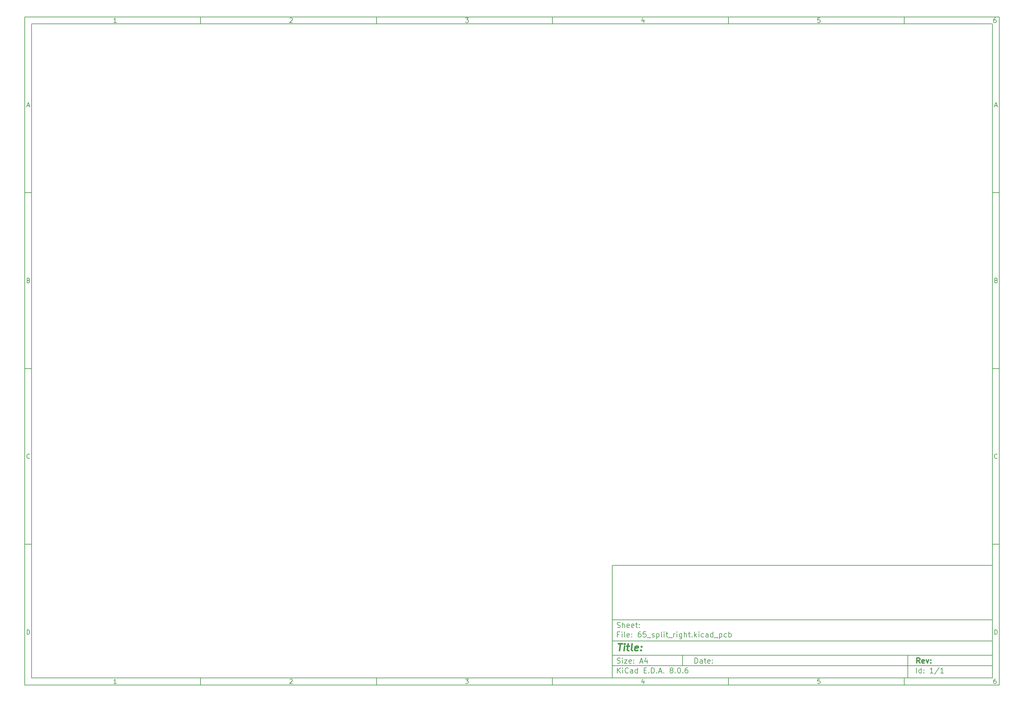
<source format=gbr>
%TF.GenerationSoftware,KiCad,Pcbnew,8.0.6*%
%TF.CreationDate,2025-05-11T12:41:03+09:00*%
%TF.ProjectId,65_split_right,36355f73-706c-4697-945f-72696768742e,rev?*%
%TF.SameCoordinates,PXf7b735cPY2136a30*%
%TF.FileFunction,Glue,Top*%
%TF.FilePolarity,Positive*%
%FSLAX46Y46*%
G04 Gerber Fmt 4.6, Leading zero omitted, Abs format (unit mm)*
G04 Created by KiCad (PCBNEW 8.0.6) date 2025-05-11 12:41:03*
%MOMM*%
%LPD*%
G01*
G04 APERTURE LIST*
%ADD10C,0.100000*%
%ADD11C,0.150000*%
%ADD12C,0.300000*%
%ADD13C,0.400000*%
G04 APERTURE END LIST*
D10*
D11*
X-82746500Y-131180400D02*
X25253500Y-131180400D01*
X25253500Y-163180400D01*
X-82746500Y-163180400D01*
X-82746500Y-131180400D01*
D10*
D11*
X-249748700Y24826800D02*
X27253500Y24826800D01*
X27253500Y-165180400D01*
X-249748700Y-165180400D01*
X-249748700Y24826800D01*
D10*
D11*
X-247748700Y22826800D02*
X25253500Y22826800D01*
X25253500Y-163180400D01*
X-247748700Y-163180400D01*
X-247748700Y22826800D01*
D10*
D11*
X-199748700Y22826800D02*
X-199748700Y24826800D01*
D10*
D11*
X-149748700Y22826800D02*
X-149748700Y24826800D01*
D10*
D11*
X-99748700Y22826800D02*
X-99748700Y24826800D01*
D10*
D11*
X-49748700Y22826800D02*
X-49748700Y24826800D01*
D10*
D11*
X251300Y22826800D02*
X251300Y24826800D01*
D10*
D11*
X-223659540Y23233196D02*
X-224402397Y23233196D01*
X-224030969Y23233196D02*
X-224030969Y24533196D01*
X-224030969Y24533196D02*
X-224154778Y24347481D01*
X-224154778Y24347481D02*
X-224278588Y24223672D01*
X-224278588Y24223672D02*
X-224402397Y24161767D01*
D10*
D11*
X-174402397Y24409386D02*
X-174340493Y24471291D01*
X-174340493Y24471291D02*
X-174216683Y24533196D01*
X-174216683Y24533196D02*
X-173907159Y24533196D01*
X-173907159Y24533196D02*
X-173783350Y24471291D01*
X-173783350Y24471291D02*
X-173721445Y24409386D01*
X-173721445Y24409386D02*
X-173659540Y24285577D01*
X-173659540Y24285577D02*
X-173659540Y24161767D01*
X-173659540Y24161767D02*
X-173721445Y23976053D01*
X-173721445Y23976053D02*
X-174464302Y23233196D01*
X-174464302Y23233196D02*
X-173659540Y23233196D01*
D10*
D11*
X-124464302Y24533196D02*
X-123659540Y24533196D01*
X-123659540Y24533196D02*
X-124092874Y24037958D01*
X-124092874Y24037958D02*
X-123907159Y24037958D01*
X-123907159Y24037958D02*
X-123783350Y23976053D01*
X-123783350Y23976053D02*
X-123721445Y23914148D01*
X-123721445Y23914148D02*
X-123659540Y23790339D01*
X-123659540Y23790339D02*
X-123659540Y23480815D01*
X-123659540Y23480815D02*
X-123721445Y23357005D01*
X-123721445Y23357005D02*
X-123783350Y23295100D01*
X-123783350Y23295100D02*
X-123907159Y23233196D01*
X-123907159Y23233196D02*
X-124278588Y23233196D01*
X-124278588Y23233196D02*
X-124402397Y23295100D01*
X-124402397Y23295100D02*
X-124464302Y23357005D01*
D10*
D11*
X-73783350Y24099862D02*
X-73783350Y23233196D01*
X-74092874Y24595100D02*
X-74402397Y23666529D01*
X-74402397Y23666529D02*
X-73597636Y23666529D01*
D10*
D11*
X-23721445Y24533196D02*
X-24340493Y24533196D01*
X-24340493Y24533196D02*
X-24402397Y23914148D01*
X-24402397Y23914148D02*
X-24340493Y23976053D01*
X-24340493Y23976053D02*
X-24216683Y24037958D01*
X-24216683Y24037958D02*
X-23907159Y24037958D01*
X-23907159Y24037958D02*
X-23783350Y23976053D01*
X-23783350Y23976053D02*
X-23721445Y23914148D01*
X-23721445Y23914148D02*
X-23659540Y23790339D01*
X-23659540Y23790339D02*
X-23659540Y23480815D01*
X-23659540Y23480815D02*
X-23721445Y23357005D01*
X-23721445Y23357005D02*
X-23783350Y23295100D01*
X-23783350Y23295100D02*
X-23907159Y23233196D01*
X-23907159Y23233196D02*
X-24216683Y23233196D01*
X-24216683Y23233196D02*
X-24340493Y23295100D01*
X-24340493Y23295100D02*
X-24402397Y23357005D01*
D10*
D11*
X26216650Y24533196D02*
X25969031Y24533196D01*
X25969031Y24533196D02*
X25845222Y24471291D01*
X25845222Y24471291D02*
X25783317Y24409386D01*
X25783317Y24409386D02*
X25659507Y24223672D01*
X25659507Y24223672D02*
X25597603Y23976053D01*
X25597603Y23976053D02*
X25597603Y23480815D01*
X25597603Y23480815D02*
X25659507Y23357005D01*
X25659507Y23357005D02*
X25721412Y23295100D01*
X25721412Y23295100D02*
X25845222Y23233196D01*
X25845222Y23233196D02*
X26092841Y23233196D01*
X26092841Y23233196D02*
X26216650Y23295100D01*
X26216650Y23295100D02*
X26278555Y23357005D01*
X26278555Y23357005D02*
X26340460Y23480815D01*
X26340460Y23480815D02*
X26340460Y23790339D01*
X26340460Y23790339D02*
X26278555Y23914148D01*
X26278555Y23914148D02*
X26216650Y23976053D01*
X26216650Y23976053D02*
X26092841Y24037958D01*
X26092841Y24037958D02*
X25845222Y24037958D01*
X25845222Y24037958D02*
X25721412Y23976053D01*
X25721412Y23976053D02*
X25659507Y23914148D01*
X25659507Y23914148D02*
X25597603Y23790339D01*
D10*
D11*
X-199748700Y-163180400D02*
X-199748700Y-165180400D01*
D10*
D11*
X-149748700Y-163180400D02*
X-149748700Y-165180400D01*
D10*
D11*
X-99748700Y-163180400D02*
X-99748700Y-165180400D01*
D10*
D11*
X-49748700Y-163180400D02*
X-49748700Y-165180400D01*
D10*
D11*
X251300Y-163180400D02*
X251300Y-165180400D01*
D10*
D11*
X-223659540Y-164774004D02*
X-224402397Y-164774004D01*
X-224030969Y-164774004D02*
X-224030969Y-163474004D01*
X-224030969Y-163474004D02*
X-224154778Y-163659719D01*
X-224154778Y-163659719D02*
X-224278588Y-163783528D01*
X-224278588Y-163783528D02*
X-224402397Y-163845433D01*
D10*
D11*
X-174402397Y-163597814D02*
X-174340493Y-163535909D01*
X-174340493Y-163535909D02*
X-174216683Y-163474004D01*
X-174216683Y-163474004D02*
X-173907159Y-163474004D01*
X-173907159Y-163474004D02*
X-173783350Y-163535909D01*
X-173783350Y-163535909D02*
X-173721445Y-163597814D01*
X-173721445Y-163597814D02*
X-173659540Y-163721623D01*
X-173659540Y-163721623D02*
X-173659540Y-163845433D01*
X-173659540Y-163845433D02*
X-173721445Y-164031147D01*
X-173721445Y-164031147D02*
X-174464302Y-164774004D01*
X-174464302Y-164774004D02*
X-173659540Y-164774004D01*
D10*
D11*
X-124464302Y-163474004D02*
X-123659540Y-163474004D01*
X-123659540Y-163474004D02*
X-124092874Y-163969242D01*
X-124092874Y-163969242D02*
X-123907159Y-163969242D01*
X-123907159Y-163969242D02*
X-123783350Y-164031147D01*
X-123783350Y-164031147D02*
X-123721445Y-164093052D01*
X-123721445Y-164093052D02*
X-123659540Y-164216861D01*
X-123659540Y-164216861D02*
X-123659540Y-164526385D01*
X-123659540Y-164526385D02*
X-123721445Y-164650195D01*
X-123721445Y-164650195D02*
X-123783350Y-164712100D01*
X-123783350Y-164712100D02*
X-123907159Y-164774004D01*
X-123907159Y-164774004D02*
X-124278588Y-164774004D01*
X-124278588Y-164774004D02*
X-124402397Y-164712100D01*
X-124402397Y-164712100D02*
X-124464302Y-164650195D01*
D10*
D11*
X-73783350Y-163907338D02*
X-73783350Y-164774004D01*
X-74092874Y-163412100D02*
X-74402397Y-164340671D01*
X-74402397Y-164340671D02*
X-73597636Y-164340671D01*
D10*
D11*
X-23721445Y-163474004D02*
X-24340493Y-163474004D01*
X-24340493Y-163474004D02*
X-24402397Y-164093052D01*
X-24402397Y-164093052D02*
X-24340493Y-164031147D01*
X-24340493Y-164031147D02*
X-24216683Y-163969242D01*
X-24216683Y-163969242D02*
X-23907159Y-163969242D01*
X-23907159Y-163969242D02*
X-23783350Y-164031147D01*
X-23783350Y-164031147D02*
X-23721445Y-164093052D01*
X-23721445Y-164093052D02*
X-23659540Y-164216861D01*
X-23659540Y-164216861D02*
X-23659540Y-164526385D01*
X-23659540Y-164526385D02*
X-23721445Y-164650195D01*
X-23721445Y-164650195D02*
X-23783350Y-164712100D01*
X-23783350Y-164712100D02*
X-23907159Y-164774004D01*
X-23907159Y-164774004D02*
X-24216683Y-164774004D01*
X-24216683Y-164774004D02*
X-24340493Y-164712100D01*
X-24340493Y-164712100D02*
X-24402397Y-164650195D01*
D10*
D11*
X26216650Y-163474004D02*
X25969031Y-163474004D01*
X25969031Y-163474004D02*
X25845222Y-163535909D01*
X25845222Y-163535909D02*
X25783317Y-163597814D01*
X25783317Y-163597814D02*
X25659507Y-163783528D01*
X25659507Y-163783528D02*
X25597603Y-164031147D01*
X25597603Y-164031147D02*
X25597603Y-164526385D01*
X25597603Y-164526385D02*
X25659507Y-164650195D01*
X25659507Y-164650195D02*
X25721412Y-164712100D01*
X25721412Y-164712100D02*
X25845222Y-164774004D01*
X25845222Y-164774004D02*
X26092841Y-164774004D01*
X26092841Y-164774004D02*
X26216650Y-164712100D01*
X26216650Y-164712100D02*
X26278555Y-164650195D01*
X26278555Y-164650195D02*
X26340460Y-164526385D01*
X26340460Y-164526385D02*
X26340460Y-164216861D01*
X26340460Y-164216861D02*
X26278555Y-164093052D01*
X26278555Y-164093052D02*
X26216650Y-164031147D01*
X26216650Y-164031147D02*
X26092841Y-163969242D01*
X26092841Y-163969242D02*
X25845222Y-163969242D01*
X25845222Y-163969242D02*
X25721412Y-164031147D01*
X25721412Y-164031147D02*
X25659507Y-164093052D01*
X25659507Y-164093052D02*
X25597603Y-164216861D01*
D10*
D11*
X-249748700Y-25173200D02*
X-247748700Y-25173200D01*
D10*
D11*
X-249748700Y-75173200D02*
X-247748700Y-75173200D01*
D10*
D11*
X-249748700Y-125173200D02*
X-247748700Y-125173200D01*
D10*
D11*
X-249058224Y-395376D02*
X-248439177Y-395376D01*
X-249182034Y-766804D02*
X-248748701Y533196D01*
X-248748701Y533196D02*
X-248315367Y-766804D01*
D10*
D11*
X-248655843Y-50085852D02*
X-248470129Y-50147757D01*
X-248470129Y-50147757D02*
X-248408224Y-50209661D01*
X-248408224Y-50209661D02*
X-248346320Y-50333471D01*
X-248346320Y-50333471D02*
X-248346320Y-50519185D01*
X-248346320Y-50519185D02*
X-248408224Y-50642995D01*
X-248408224Y-50642995D02*
X-248470129Y-50704900D01*
X-248470129Y-50704900D02*
X-248593939Y-50766804D01*
X-248593939Y-50766804D02*
X-249089177Y-50766804D01*
X-249089177Y-50766804D02*
X-249089177Y-49466804D01*
X-249089177Y-49466804D02*
X-248655843Y-49466804D01*
X-248655843Y-49466804D02*
X-248532034Y-49528709D01*
X-248532034Y-49528709D02*
X-248470129Y-49590614D01*
X-248470129Y-49590614D02*
X-248408224Y-49714423D01*
X-248408224Y-49714423D02*
X-248408224Y-49838233D01*
X-248408224Y-49838233D02*
X-248470129Y-49962042D01*
X-248470129Y-49962042D02*
X-248532034Y-50023947D01*
X-248532034Y-50023947D02*
X-248655843Y-50085852D01*
X-248655843Y-50085852D02*
X-249089177Y-50085852D01*
D10*
D11*
X-248346320Y-100642995D02*
X-248408224Y-100704900D01*
X-248408224Y-100704900D02*
X-248593939Y-100766804D01*
X-248593939Y-100766804D02*
X-248717748Y-100766804D01*
X-248717748Y-100766804D02*
X-248903462Y-100704900D01*
X-248903462Y-100704900D02*
X-249027272Y-100581090D01*
X-249027272Y-100581090D02*
X-249089177Y-100457280D01*
X-249089177Y-100457280D02*
X-249151081Y-100209661D01*
X-249151081Y-100209661D02*
X-249151081Y-100023947D01*
X-249151081Y-100023947D02*
X-249089177Y-99776328D01*
X-249089177Y-99776328D02*
X-249027272Y-99652519D01*
X-249027272Y-99652519D02*
X-248903462Y-99528709D01*
X-248903462Y-99528709D02*
X-248717748Y-99466804D01*
X-248717748Y-99466804D02*
X-248593939Y-99466804D01*
X-248593939Y-99466804D02*
X-248408224Y-99528709D01*
X-248408224Y-99528709D02*
X-248346320Y-99590614D01*
D10*
D11*
X-249089177Y-150766804D02*
X-249089177Y-149466804D01*
X-249089177Y-149466804D02*
X-248779653Y-149466804D01*
X-248779653Y-149466804D02*
X-248593939Y-149528709D01*
X-248593939Y-149528709D02*
X-248470129Y-149652519D01*
X-248470129Y-149652519D02*
X-248408224Y-149776328D01*
X-248408224Y-149776328D02*
X-248346320Y-150023947D01*
X-248346320Y-150023947D02*
X-248346320Y-150209661D01*
X-248346320Y-150209661D02*
X-248408224Y-150457280D01*
X-248408224Y-150457280D02*
X-248470129Y-150581090D01*
X-248470129Y-150581090D02*
X-248593939Y-150704900D01*
X-248593939Y-150704900D02*
X-248779653Y-150766804D01*
X-248779653Y-150766804D02*
X-249089177Y-150766804D01*
D10*
D11*
X27253500Y-25173200D02*
X25253500Y-25173200D01*
D10*
D11*
X27253500Y-75173200D02*
X25253500Y-75173200D01*
D10*
D11*
X27253500Y-125173200D02*
X25253500Y-125173200D01*
D10*
D11*
X25943976Y-395376D02*
X26563023Y-395376D01*
X25820166Y-766804D02*
X26253499Y533196D01*
X26253499Y533196D02*
X26686833Y-766804D01*
D10*
D11*
X26346357Y-50085852D02*
X26532071Y-50147757D01*
X26532071Y-50147757D02*
X26593976Y-50209661D01*
X26593976Y-50209661D02*
X26655880Y-50333471D01*
X26655880Y-50333471D02*
X26655880Y-50519185D01*
X26655880Y-50519185D02*
X26593976Y-50642995D01*
X26593976Y-50642995D02*
X26532071Y-50704900D01*
X26532071Y-50704900D02*
X26408261Y-50766804D01*
X26408261Y-50766804D02*
X25913023Y-50766804D01*
X25913023Y-50766804D02*
X25913023Y-49466804D01*
X25913023Y-49466804D02*
X26346357Y-49466804D01*
X26346357Y-49466804D02*
X26470166Y-49528709D01*
X26470166Y-49528709D02*
X26532071Y-49590614D01*
X26532071Y-49590614D02*
X26593976Y-49714423D01*
X26593976Y-49714423D02*
X26593976Y-49838233D01*
X26593976Y-49838233D02*
X26532071Y-49962042D01*
X26532071Y-49962042D02*
X26470166Y-50023947D01*
X26470166Y-50023947D02*
X26346357Y-50085852D01*
X26346357Y-50085852D02*
X25913023Y-50085852D01*
D10*
D11*
X26655880Y-100642995D02*
X26593976Y-100704900D01*
X26593976Y-100704900D02*
X26408261Y-100766804D01*
X26408261Y-100766804D02*
X26284452Y-100766804D01*
X26284452Y-100766804D02*
X26098738Y-100704900D01*
X26098738Y-100704900D02*
X25974928Y-100581090D01*
X25974928Y-100581090D02*
X25913023Y-100457280D01*
X25913023Y-100457280D02*
X25851119Y-100209661D01*
X25851119Y-100209661D02*
X25851119Y-100023947D01*
X25851119Y-100023947D02*
X25913023Y-99776328D01*
X25913023Y-99776328D02*
X25974928Y-99652519D01*
X25974928Y-99652519D02*
X26098738Y-99528709D01*
X26098738Y-99528709D02*
X26284452Y-99466804D01*
X26284452Y-99466804D02*
X26408261Y-99466804D01*
X26408261Y-99466804D02*
X26593976Y-99528709D01*
X26593976Y-99528709D02*
X26655880Y-99590614D01*
D10*
D11*
X25913023Y-150766804D02*
X25913023Y-149466804D01*
X25913023Y-149466804D02*
X26222547Y-149466804D01*
X26222547Y-149466804D02*
X26408261Y-149528709D01*
X26408261Y-149528709D02*
X26532071Y-149652519D01*
X26532071Y-149652519D02*
X26593976Y-149776328D01*
X26593976Y-149776328D02*
X26655880Y-150023947D01*
X26655880Y-150023947D02*
X26655880Y-150209661D01*
X26655880Y-150209661D02*
X26593976Y-150457280D01*
X26593976Y-150457280D02*
X26532071Y-150581090D01*
X26532071Y-150581090D02*
X26408261Y-150704900D01*
X26408261Y-150704900D02*
X26222547Y-150766804D01*
X26222547Y-150766804D02*
X25913023Y-150766804D01*
D10*
D11*
X-59290674Y-158966528D02*
X-59290674Y-157466528D01*
X-59290674Y-157466528D02*
X-58933531Y-157466528D01*
X-58933531Y-157466528D02*
X-58719245Y-157537957D01*
X-58719245Y-157537957D02*
X-58576388Y-157680814D01*
X-58576388Y-157680814D02*
X-58504959Y-157823671D01*
X-58504959Y-157823671D02*
X-58433531Y-158109385D01*
X-58433531Y-158109385D02*
X-58433531Y-158323671D01*
X-58433531Y-158323671D02*
X-58504959Y-158609385D01*
X-58504959Y-158609385D02*
X-58576388Y-158752242D01*
X-58576388Y-158752242D02*
X-58719245Y-158895100D01*
X-58719245Y-158895100D02*
X-58933531Y-158966528D01*
X-58933531Y-158966528D02*
X-59290674Y-158966528D01*
X-57147816Y-158966528D02*
X-57147816Y-158180814D01*
X-57147816Y-158180814D02*
X-57219245Y-158037957D01*
X-57219245Y-158037957D02*
X-57362102Y-157966528D01*
X-57362102Y-157966528D02*
X-57647816Y-157966528D01*
X-57647816Y-157966528D02*
X-57790674Y-158037957D01*
X-57147816Y-158895100D02*
X-57290674Y-158966528D01*
X-57290674Y-158966528D02*
X-57647816Y-158966528D01*
X-57647816Y-158966528D02*
X-57790674Y-158895100D01*
X-57790674Y-158895100D02*
X-57862102Y-158752242D01*
X-57862102Y-158752242D02*
X-57862102Y-158609385D01*
X-57862102Y-158609385D02*
X-57790674Y-158466528D01*
X-57790674Y-158466528D02*
X-57647816Y-158395100D01*
X-57647816Y-158395100D02*
X-57290674Y-158395100D01*
X-57290674Y-158395100D02*
X-57147816Y-158323671D01*
X-56647816Y-157966528D02*
X-56076388Y-157966528D01*
X-56433531Y-157466528D02*
X-56433531Y-158752242D01*
X-56433531Y-158752242D02*
X-56362102Y-158895100D01*
X-56362102Y-158895100D02*
X-56219245Y-158966528D01*
X-56219245Y-158966528D02*
X-56076388Y-158966528D01*
X-55004959Y-158895100D02*
X-55147816Y-158966528D01*
X-55147816Y-158966528D02*
X-55433530Y-158966528D01*
X-55433530Y-158966528D02*
X-55576388Y-158895100D01*
X-55576388Y-158895100D02*
X-55647816Y-158752242D01*
X-55647816Y-158752242D02*
X-55647816Y-158180814D01*
X-55647816Y-158180814D02*
X-55576388Y-158037957D01*
X-55576388Y-158037957D02*
X-55433530Y-157966528D01*
X-55433530Y-157966528D02*
X-55147816Y-157966528D01*
X-55147816Y-157966528D02*
X-55004959Y-158037957D01*
X-55004959Y-158037957D02*
X-54933530Y-158180814D01*
X-54933530Y-158180814D02*
X-54933530Y-158323671D01*
X-54933530Y-158323671D02*
X-55647816Y-158466528D01*
X-54290674Y-158823671D02*
X-54219245Y-158895100D01*
X-54219245Y-158895100D02*
X-54290674Y-158966528D01*
X-54290674Y-158966528D02*
X-54362102Y-158895100D01*
X-54362102Y-158895100D02*
X-54290674Y-158823671D01*
X-54290674Y-158823671D02*
X-54290674Y-158966528D01*
X-54290674Y-158037957D02*
X-54219245Y-158109385D01*
X-54219245Y-158109385D02*
X-54290674Y-158180814D01*
X-54290674Y-158180814D02*
X-54362102Y-158109385D01*
X-54362102Y-158109385D02*
X-54290674Y-158037957D01*
X-54290674Y-158037957D02*
X-54290674Y-158180814D01*
D10*
D11*
X-82746500Y-159680400D02*
X25253500Y-159680400D01*
D10*
D11*
X-81290674Y-161766528D02*
X-81290674Y-160266528D01*
X-80433531Y-161766528D02*
X-81076388Y-160909385D01*
X-80433531Y-160266528D02*
X-81290674Y-161123671D01*
X-79790674Y-161766528D02*
X-79790674Y-160766528D01*
X-79790674Y-160266528D02*
X-79862102Y-160337957D01*
X-79862102Y-160337957D02*
X-79790674Y-160409385D01*
X-79790674Y-160409385D02*
X-79719245Y-160337957D01*
X-79719245Y-160337957D02*
X-79790674Y-160266528D01*
X-79790674Y-160266528D02*
X-79790674Y-160409385D01*
X-78219245Y-161623671D02*
X-78290673Y-161695100D01*
X-78290673Y-161695100D02*
X-78504959Y-161766528D01*
X-78504959Y-161766528D02*
X-78647816Y-161766528D01*
X-78647816Y-161766528D02*
X-78862102Y-161695100D01*
X-78862102Y-161695100D02*
X-79004959Y-161552242D01*
X-79004959Y-161552242D02*
X-79076388Y-161409385D01*
X-79076388Y-161409385D02*
X-79147816Y-161123671D01*
X-79147816Y-161123671D02*
X-79147816Y-160909385D01*
X-79147816Y-160909385D02*
X-79076388Y-160623671D01*
X-79076388Y-160623671D02*
X-79004959Y-160480814D01*
X-79004959Y-160480814D02*
X-78862102Y-160337957D01*
X-78862102Y-160337957D02*
X-78647816Y-160266528D01*
X-78647816Y-160266528D02*
X-78504959Y-160266528D01*
X-78504959Y-160266528D02*
X-78290673Y-160337957D01*
X-78290673Y-160337957D02*
X-78219245Y-160409385D01*
X-76933530Y-161766528D02*
X-76933530Y-160980814D01*
X-76933530Y-160980814D02*
X-77004959Y-160837957D01*
X-77004959Y-160837957D02*
X-77147816Y-160766528D01*
X-77147816Y-160766528D02*
X-77433530Y-160766528D01*
X-77433530Y-160766528D02*
X-77576388Y-160837957D01*
X-76933530Y-161695100D02*
X-77076388Y-161766528D01*
X-77076388Y-161766528D02*
X-77433530Y-161766528D01*
X-77433530Y-161766528D02*
X-77576388Y-161695100D01*
X-77576388Y-161695100D02*
X-77647816Y-161552242D01*
X-77647816Y-161552242D02*
X-77647816Y-161409385D01*
X-77647816Y-161409385D02*
X-77576388Y-161266528D01*
X-77576388Y-161266528D02*
X-77433530Y-161195100D01*
X-77433530Y-161195100D02*
X-77076388Y-161195100D01*
X-77076388Y-161195100D02*
X-76933530Y-161123671D01*
X-75576387Y-161766528D02*
X-75576387Y-160266528D01*
X-75576387Y-161695100D02*
X-75719245Y-161766528D01*
X-75719245Y-161766528D02*
X-76004959Y-161766528D01*
X-76004959Y-161766528D02*
X-76147816Y-161695100D01*
X-76147816Y-161695100D02*
X-76219245Y-161623671D01*
X-76219245Y-161623671D02*
X-76290673Y-161480814D01*
X-76290673Y-161480814D02*
X-76290673Y-161052242D01*
X-76290673Y-161052242D02*
X-76219245Y-160909385D01*
X-76219245Y-160909385D02*
X-76147816Y-160837957D01*
X-76147816Y-160837957D02*
X-76004959Y-160766528D01*
X-76004959Y-160766528D02*
X-75719245Y-160766528D01*
X-75719245Y-160766528D02*
X-75576387Y-160837957D01*
X-73719245Y-160980814D02*
X-73219245Y-160980814D01*
X-73004959Y-161766528D02*
X-73719245Y-161766528D01*
X-73719245Y-161766528D02*
X-73719245Y-160266528D01*
X-73719245Y-160266528D02*
X-73004959Y-160266528D01*
X-72362102Y-161623671D02*
X-72290673Y-161695100D01*
X-72290673Y-161695100D02*
X-72362102Y-161766528D01*
X-72362102Y-161766528D02*
X-72433530Y-161695100D01*
X-72433530Y-161695100D02*
X-72362102Y-161623671D01*
X-72362102Y-161623671D02*
X-72362102Y-161766528D01*
X-71647816Y-161766528D02*
X-71647816Y-160266528D01*
X-71647816Y-160266528D02*
X-71290673Y-160266528D01*
X-71290673Y-160266528D02*
X-71076387Y-160337957D01*
X-71076387Y-160337957D02*
X-70933530Y-160480814D01*
X-70933530Y-160480814D02*
X-70862101Y-160623671D01*
X-70862101Y-160623671D02*
X-70790673Y-160909385D01*
X-70790673Y-160909385D02*
X-70790673Y-161123671D01*
X-70790673Y-161123671D02*
X-70862101Y-161409385D01*
X-70862101Y-161409385D02*
X-70933530Y-161552242D01*
X-70933530Y-161552242D02*
X-71076387Y-161695100D01*
X-71076387Y-161695100D02*
X-71290673Y-161766528D01*
X-71290673Y-161766528D02*
X-71647816Y-161766528D01*
X-70147816Y-161623671D02*
X-70076387Y-161695100D01*
X-70076387Y-161695100D02*
X-70147816Y-161766528D01*
X-70147816Y-161766528D02*
X-70219244Y-161695100D01*
X-70219244Y-161695100D02*
X-70147816Y-161623671D01*
X-70147816Y-161623671D02*
X-70147816Y-161766528D01*
X-69504958Y-161337957D02*
X-68790672Y-161337957D01*
X-69647815Y-161766528D02*
X-69147815Y-160266528D01*
X-69147815Y-160266528D02*
X-68647815Y-161766528D01*
X-68147816Y-161623671D02*
X-68076387Y-161695100D01*
X-68076387Y-161695100D02*
X-68147816Y-161766528D01*
X-68147816Y-161766528D02*
X-68219244Y-161695100D01*
X-68219244Y-161695100D02*
X-68147816Y-161623671D01*
X-68147816Y-161623671D02*
X-68147816Y-161766528D01*
X-66076387Y-160909385D02*
X-66219244Y-160837957D01*
X-66219244Y-160837957D02*
X-66290673Y-160766528D01*
X-66290673Y-160766528D02*
X-66362101Y-160623671D01*
X-66362101Y-160623671D02*
X-66362101Y-160552242D01*
X-66362101Y-160552242D02*
X-66290673Y-160409385D01*
X-66290673Y-160409385D02*
X-66219244Y-160337957D01*
X-66219244Y-160337957D02*
X-66076387Y-160266528D01*
X-66076387Y-160266528D02*
X-65790673Y-160266528D01*
X-65790673Y-160266528D02*
X-65647815Y-160337957D01*
X-65647815Y-160337957D02*
X-65576387Y-160409385D01*
X-65576387Y-160409385D02*
X-65504958Y-160552242D01*
X-65504958Y-160552242D02*
X-65504958Y-160623671D01*
X-65504958Y-160623671D02*
X-65576387Y-160766528D01*
X-65576387Y-160766528D02*
X-65647815Y-160837957D01*
X-65647815Y-160837957D02*
X-65790673Y-160909385D01*
X-65790673Y-160909385D02*
X-66076387Y-160909385D01*
X-66076387Y-160909385D02*
X-66219244Y-160980814D01*
X-66219244Y-160980814D02*
X-66290673Y-161052242D01*
X-66290673Y-161052242D02*
X-66362101Y-161195100D01*
X-66362101Y-161195100D02*
X-66362101Y-161480814D01*
X-66362101Y-161480814D02*
X-66290673Y-161623671D01*
X-66290673Y-161623671D02*
X-66219244Y-161695100D01*
X-66219244Y-161695100D02*
X-66076387Y-161766528D01*
X-66076387Y-161766528D02*
X-65790673Y-161766528D01*
X-65790673Y-161766528D02*
X-65647815Y-161695100D01*
X-65647815Y-161695100D02*
X-65576387Y-161623671D01*
X-65576387Y-161623671D02*
X-65504958Y-161480814D01*
X-65504958Y-161480814D02*
X-65504958Y-161195100D01*
X-65504958Y-161195100D02*
X-65576387Y-161052242D01*
X-65576387Y-161052242D02*
X-65647815Y-160980814D01*
X-65647815Y-160980814D02*
X-65790673Y-160909385D01*
X-64862102Y-161623671D02*
X-64790673Y-161695100D01*
X-64790673Y-161695100D02*
X-64862102Y-161766528D01*
X-64862102Y-161766528D02*
X-64933530Y-161695100D01*
X-64933530Y-161695100D02*
X-64862102Y-161623671D01*
X-64862102Y-161623671D02*
X-64862102Y-161766528D01*
X-63862101Y-160266528D02*
X-63719244Y-160266528D01*
X-63719244Y-160266528D02*
X-63576387Y-160337957D01*
X-63576387Y-160337957D02*
X-63504958Y-160409385D01*
X-63504958Y-160409385D02*
X-63433530Y-160552242D01*
X-63433530Y-160552242D02*
X-63362101Y-160837957D01*
X-63362101Y-160837957D02*
X-63362101Y-161195100D01*
X-63362101Y-161195100D02*
X-63433530Y-161480814D01*
X-63433530Y-161480814D02*
X-63504958Y-161623671D01*
X-63504958Y-161623671D02*
X-63576387Y-161695100D01*
X-63576387Y-161695100D02*
X-63719244Y-161766528D01*
X-63719244Y-161766528D02*
X-63862101Y-161766528D01*
X-63862101Y-161766528D02*
X-64004958Y-161695100D01*
X-64004958Y-161695100D02*
X-64076387Y-161623671D01*
X-64076387Y-161623671D02*
X-64147816Y-161480814D01*
X-64147816Y-161480814D02*
X-64219244Y-161195100D01*
X-64219244Y-161195100D02*
X-64219244Y-160837957D01*
X-64219244Y-160837957D02*
X-64147816Y-160552242D01*
X-64147816Y-160552242D02*
X-64076387Y-160409385D01*
X-64076387Y-160409385D02*
X-64004958Y-160337957D01*
X-64004958Y-160337957D02*
X-63862101Y-160266528D01*
X-62719245Y-161623671D02*
X-62647816Y-161695100D01*
X-62647816Y-161695100D02*
X-62719245Y-161766528D01*
X-62719245Y-161766528D02*
X-62790673Y-161695100D01*
X-62790673Y-161695100D02*
X-62719245Y-161623671D01*
X-62719245Y-161623671D02*
X-62719245Y-161766528D01*
X-61362101Y-160266528D02*
X-61647816Y-160266528D01*
X-61647816Y-160266528D02*
X-61790673Y-160337957D01*
X-61790673Y-160337957D02*
X-61862101Y-160409385D01*
X-61862101Y-160409385D02*
X-62004959Y-160623671D01*
X-62004959Y-160623671D02*
X-62076387Y-160909385D01*
X-62076387Y-160909385D02*
X-62076387Y-161480814D01*
X-62076387Y-161480814D02*
X-62004959Y-161623671D01*
X-62004959Y-161623671D02*
X-61933530Y-161695100D01*
X-61933530Y-161695100D02*
X-61790673Y-161766528D01*
X-61790673Y-161766528D02*
X-61504959Y-161766528D01*
X-61504959Y-161766528D02*
X-61362101Y-161695100D01*
X-61362101Y-161695100D02*
X-61290673Y-161623671D01*
X-61290673Y-161623671D02*
X-61219244Y-161480814D01*
X-61219244Y-161480814D02*
X-61219244Y-161123671D01*
X-61219244Y-161123671D02*
X-61290673Y-160980814D01*
X-61290673Y-160980814D02*
X-61362101Y-160909385D01*
X-61362101Y-160909385D02*
X-61504959Y-160837957D01*
X-61504959Y-160837957D02*
X-61790673Y-160837957D01*
X-61790673Y-160837957D02*
X-61933530Y-160909385D01*
X-61933530Y-160909385D02*
X-62004959Y-160980814D01*
X-62004959Y-160980814D02*
X-62076387Y-161123671D01*
D10*
D11*
X-82746500Y-156680400D02*
X25253500Y-156680400D01*
D10*
D12*
X4665153Y-158958728D02*
X4165153Y-158244442D01*
X3808010Y-158958728D02*
X3808010Y-157458728D01*
X3808010Y-157458728D02*
X4379439Y-157458728D01*
X4379439Y-157458728D02*
X4522296Y-157530157D01*
X4522296Y-157530157D02*
X4593725Y-157601585D01*
X4593725Y-157601585D02*
X4665153Y-157744442D01*
X4665153Y-157744442D02*
X4665153Y-157958728D01*
X4665153Y-157958728D02*
X4593725Y-158101585D01*
X4593725Y-158101585D02*
X4522296Y-158173014D01*
X4522296Y-158173014D02*
X4379439Y-158244442D01*
X4379439Y-158244442D02*
X3808010Y-158244442D01*
X5879439Y-158887300D02*
X5736582Y-158958728D01*
X5736582Y-158958728D02*
X5450868Y-158958728D01*
X5450868Y-158958728D02*
X5308010Y-158887300D01*
X5308010Y-158887300D02*
X5236582Y-158744442D01*
X5236582Y-158744442D02*
X5236582Y-158173014D01*
X5236582Y-158173014D02*
X5308010Y-158030157D01*
X5308010Y-158030157D02*
X5450868Y-157958728D01*
X5450868Y-157958728D02*
X5736582Y-157958728D01*
X5736582Y-157958728D02*
X5879439Y-158030157D01*
X5879439Y-158030157D02*
X5950868Y-158173014D01*
X5950868Y-158173014D02*
X5950868Y-158315871D01*
X5950868Y-158315871D02*
X5236582Y-158458728D01*
X6450867Y-157958728D02*
X6808010Y-158958728D01*
X6808010Y-158958728D02*
X7165153Y-157958728D01*
X7736581Y-158815871D02*
X7808010Y-158887300D01*
X7808010Y-158887300D02*
X7736581Y-158958728D01*
X7736581Y-158958728D02*
X7665153Y-158887300D01*
X7665153Y-158887300D02*
X7736581Y-158815871D01*
X7736581Y-158815871D02*
X7736581Y-158958728D01*
X7736581Y-158030157D02*
X7808010Y-158101585D01*
X7808010Y-158101585D02*
X7736581Y-158173014D01*
X7736581Y-158173014D02*
X7665153Y-158101585D01*
X7665153Y-158101585D02*
X7736581Y-158030157D01*
X7736581Y-158030157D02*
X7736581Y-158173014D01*
D10*
D11*
X-81362102Y-158895100D02*
X-81147816Y-158966528D01*
X-81147816Y-158966528D02*
X-80790674Y-158966528D01*
X-80790674Y-158966528D02*
X-80647816Y-158895100D01*
X-80647816Y-158895100D02*
X-80576388Y-158823671D01*
X-80576388Y-158823671D02*
X-80504959Y-158680814D01*
X-80504959Y-158680814D02*
X-80504959Y-158537957D01*
X-80504959Y-158537957D02*
X-80576388Y-158395100D01*
X-80576388Y-158395100D02*
X-80647816Y-158323671D01*
X-80647816Y-158323671D02*
X-80790674Y-158252242D01*
X-80790674Y-158252242D02*
X-81076388Y-158180814D01*
X-81076388Y-158180814D02*
X-81219245Y-158109385D01*
X-81219245Y-158109385D02*
X-81290674Y-158037957D01*
X-81290674Y-158037957D02*
X-81362102Y-157895100D01*
X-81362102Y-157895100D02*
X-81362102Y-157752242D01*
X-81362102Y-157752242D02*
X-81290674Y-157609385D01*
X-81290674Y-157609385D02*
X-81219245Y-157537957D01*
X-81219245Y-157537957D02*
X-81076388Y-157466528D01*
X-81076388Y-157466528D02*
X-80719245Y-157466528D01*
X-80719245Y-157466528D02*
X-80504959Y-157537957D01*
X-79862103Y-158966528D02*
X-79862103Y-157966528D01*
X-79862103Y-157466528D02*
X-79933531Y-157537957D01*
X-79933531Y-157537957D02*
X-79862103Y-157609385D01*
X-79862103Y-157609385D02*
X-79790674Y-157537957D01*
X-79790674Y-157537957D02*
X-79862103Y-157466528D01*
X-79862103Y-157466528D02*
X-79862103Y-157609385D01*
X-79290674Y-157966528D02*
X-78504959Y-157966528D01*
X-78504959Y-157966528D02*
X-79290674Y-158966528D01*
X-79290674Y-158966528D02*
X-78504959Y-158966528D01*
X-77362102Y-158895100D02*
X-77504959Y-158966528D01*
X-77504959Y-158966528D02*
X-77790673Y-158966528D01*
X-77790673Y-158966528D02*
X-77933531Y-158895100D01*
X-77933531Y-158895100D02*
X-78004959Y-158752242D01*
X-78004959Y-158752242D02*
X-78004959Y-158180814D01*
X-78004959Y-158180814D02*
X-77933531Y-158037957D01*
X-77933531Y-158037957D02*
X-77790673Y-157966528D01*
X-77790673Y-157966528D02*
X-77504959Y-157966528D01*
X-77504959Y-157966528D02*
X-77362102Y-158037957D01*
X-77362102Y-158037957D02*
X-77290673Y-158180814D01*
X-77290673Y-158180814D02*
X-77290673Y-158323671D01*
X-77290673Y-158323671D02*
X-78004959Y-158466528D01*
X-76647817Y-158823671D02*
X-76576388Y-158895100D01*
X-76576388Y-158895100D02*
X-76647817Y-158966528D01*
X-76647817Y-158966528D02*
X-76719245Y-158895100D01*
X-76719245Y-158895100D02*
X-76647817Y-158823671D01*
X-76647817Y-158823671D02*
X-76647817Y-158966528D01*
X-76647817Y-158037957D02*
X-76576388Y-158109385D01*
X-76576388Y-158109385D02*
X-76647817Y-158180814D01*
X-76647817Y-158180814D02*
X-76719245Y-158109385D01*
X-76719245Y-158109385D02*
X-76647817Y-158037957D01*
X-76647817Y-158037957D02*
X-76647817Y-158180814D01*
X-74862102Y-158537957D02*
X-74147816Y-158537957D01*
X-75004959Y-158966528D02*
X-74504959Y-157466528D01*
X-74504959Y-157466528D02*
X-74004959Y-158966528D01*
X-72862102Y-157966528D02*
X-72862102Y-158966528D01*
X-73219245Y-157395100D02*
X-73576388Y-158466528D01*
X-73576388Y-158466528D02*
X-72647817Y-158466528D01*
D10*
D11*
X3709326Y-161766528D02*
X3709326Y-160266528D01*
X5066470Y-161766528D02*
X5066470Y-160266528D01*
X5066470Y-161695100D02*
X4923612Y-161766528D01*
X4923612Y-161766528D02*
X4637898Y-161766528D01*
X4637898Y-161766528D02*
X4495041Y-161695100D01*
X4495041Y-161695100D02*
X4423612Y-161623671D01*
X4423612Y-161623671D02*
X4352184Y-161480814D01*
X4352184Y-161480814D02*
X4352184Y-161052242D01*
X4352184Y-161052242D02*
X4423612Y-160909385D01*
X4423612Y-160909385D02*
X4495041Y-160837957D01*
X4495041Y-160837957D02*
X4637898Y-160766528D01*
X4637898Y-160766528D02*
X4923612Y-160766528D01*
X4923612Y-160766528D02*
X5066470Y-160837957D01*
X5780755Y-161623671D02*
X5852184Y-161695100D01*
X5852184Y-161695100D02*
X5780755Y-161766528D01*
X5780755Y-161766528D02*
X5709327Y-161695100D01*
X5709327Y-161695100D02*
X5780755Y-161623671D01*
X5780755Y-161623671D02*
X5780755Y-161766528D01*
X5780755Y-160837957D02*
X5852184Y-160909385D01*
X5852184Y-160909385D02*
X5780755Y-160980814D01*
X5780755Y-160980814D02*
X5709327Y-160909385D01*
X5709327Y-160909385D02*
X5780755Y-160837957D01*
X5780755Y-160837957D02*
X5780755Y-160980814D01*
X8423613Y-161766528D02*
X7566470Y-161766528D01*
X7995041Y-161766528D02*
X7995041Y-160266528D01*
X7995041Y-160266528D02*
X7852184Y-160480814D01*
X7852184Y-160480814D02*
X7709327Y-160623671D01*
X7709327Y-160623671D02*
X7566470Y-160695100D01*
X10137898Y-160195100D02*
X8852184Y-162123671D01*
X11423613Y-161766528D02*
X10566470Y-161766528D01*
X10995041Y-161766528D02*
X10995041Y-160266528D01*
X10995041Y-160266528D02*
X10852184Y-160480814D01*
X10852184Y-160480814D02*
X10709327Y-160623671D01*
X10709327Y-160623671D02*
X10566470Y-160695100D01*
D10*
D11*
X-82746500Y-152680400D02*
X25253500Y-152680400D01*
D10*
D13*
X-81054772Y-153384838D02*
X-79911915Y-153384838D01*
X-80733343Y-155384838D02*
X-80483343Y-153384838D01*
X-79495248Y-155384838D02*
X-79328581Y-154051504D01*
X-79245248Y-153384838D02*
X-79352391Y-153480076D01*
X-79352391Y-153480076D02*
X-79269057Y-153575314D01*
X-79269057Y-153575314D02*
X-79161914Y-153480076D01*
X-79161914Y-153480076D02*
X-79245248Y-153384838D01*
X-79245248Y-153384838D02*
X-79269057Y-153575314D01*
X-78661914Y-154051504D02*
X-77900010Y-154051504D01*
X-78292867Y-153384838D02*
X-78507152Y-155099123D01*
X-78507152Y-155099123D02*
X-78435724Y-155289600D01*
X-78435724Y-155289600D02*
X-78257152Y-155384838D01*
X-78257152Y-155384838D02*
X-78066676Y-155384838D01*
X-77114295Y-155384838D02*
X-77292867Y-155289600D01*
X-77292867Y-155289600D02*
X-77364295Y-155099123D01*
X-77364295Y-155099123D02*
X-77150010Y-153384838D01*
X-75578581Y-155289600D02*
X-75780962Y-155384838D01*
X-75780962Y-155384838D02*
X-76161915Y-155384838D01*
X-76161915Y-155384838D02*
X-76340486Y-155289600D01*
X-76340486Y-155289600D02*
X-76411915Y-155099123D01*
X-76411915Y-155099123D02*
X-76316676Y-154337219D01*
X-76316676Y-154337219D02*
X-76197629Y-154146742D01*
X-76197629Y-154146742D02*
X-75995248Y-154051504D01*
X-75995248Y-154051504D02*
X-75614296Y-154051504D01*
X-75614296Y-154051504D02*
X-75435724Y-154146742D01*
X-75435724Y-154146742D02*
X-75364296Y-154337219D01*
X-75364296Y-154337219D02*
X-75388105Y-154527695D01*
X-75388105Y-154527695D02*
X-76364296Y-154718171D01*
X-74614295Y-155194361D02*
X-74530962Y-155289600D01*
X-74530962Y-155289600D02*
X-74638105Y-155384838D01*
X-74638105Y-155384838D02*
X-74721438Y-155289600D01*
X-74721438Y-155289600D02*
X-74614295Y-155194361D01*
X-74614295Y-155194361D02*
X-74638105Y-155384838D01*
X-74483343Y-154146742D02*
X-74400010Y-154241980D01*
X-74400010Y-154241980D02*
X-74507152Y-154337219D01*
X-74507152Y-154337219D02*
X-74590486Y-154241980D01*
X-74590486Y-154241980D02*
X-74483343Y-154146742D01*
X-74483343Y-154146742D02*
X-74507152Y-154337219D01*
D10*
D11*
X-80790674Y-150780814D02*
X-81290674Y-150780814D01*
X-81290674Y-151566528D02*
X-81290674Y-150066528D01*
X-81290674Y-150066528D02*
X-80576388Y-150066528D01*
X-80004960Y-151566528D02*
X-80004960Y-150566528D01*
X-80004960Y-150066528D02*
X-80076388Y-150137957D01*
X-80076388Y-150137957D02*
X-80004960Y-150209385D01*
X-80004960Y-150209385D02*
X-79933531Y-150137957D01*
X-79933531Y-150137957D02*
X-80004960Y-150066528D01*
X-80004960Y-150066528D02*
X-80004960Y-150209385D01*
X-79076388Y-151566528D02*
X-79219245Y-151495100D01*
X-79219245Y-151495100D02*
X-79290674Y-151352242D01*
X-79290674Y-151352242D02*
X-79290674Y-150066528D01*
X-77933531Y-151495100D02*
X-78076388Y-151566528D01*
X-78076388Y-151566528D02*
X-78362102Y-151566528D01*
X-78362102Y-151566528D02*
X-78504960Y-151495100D01*
X-78504960Y-151495100D02*
X-78576388Y-151352242D01*
X-78576388Y-151352242D02*
X-78576388Y-150780814D01*
X-78576388Y-150780814D02*
X-78504960Y-150637957D01*
X-78504960Y-150637957D02*
X-78362102Y-150566528D01*
X-78362102Y-150566528D02*
X-78076388Y-150566528D01*
X-78076388Y-150566528D02*
X-77933531Y-150637957D01*
X-77933531Y-150637957D02*
X-77862102Y-150780814D01*
X-77862102Y-150780814D02*
X-77862102Y-150923671D01*
X-77862102Y-150923671D02*
X-78576388Y-151066528D01*
X-77219246Y-151423671D02*
X-77147817Y-151495100D01*
X-77147817Y-151495100D02*
X-77219246Y-151566528D01*
X-77219246Y-151566528D02*
X-77290674Y-151495100D01*
X-77290674Y-151495100D02*
X-77219246Y-151423671D01*
X-77219246Y-151423671D02*
X-77219246Y-151566528D01*
X-77219246Y-150637957D02*
X-77147817Y-150709385D01*
X-77147817Y-150709385D02*
X-77219246Y-150780814D01*
X-77219246Y-150780814D02*
X-77290674Y-150709385D01*
X-77290674Y-150709385D02*
X-77219246Y-150637957D01*
X-77219246Y-150637957D02*
X-77219246Y-150780814D01*
X-74719245Y-150066528D02*
X-75004960Y-150066528D01*
X-75004960Y-150066528D02*
X-75147817Y-150137957D01*
X-75147817Y-150137957D02*
X-75219245Y-150209385D01*
X-75219245Y-150209385D02*
X-75362103Y-150423671D01*
X-75362103Y-150423671D02*
X-75433531Y-150709385D01*
X-75433531Y-150709385D02*
X-75433531Y-151280814D01*
X-75433531Y-151280814D02*
X-75362103Y-151423671D01*
X-75362103Y-151423671D02*
X-75290674Y-151495100D01*
X-75290674Y-151495100D02*
X-75147817Y-151566528D01*
X-75147817Y-151566528D02*
X-74862103Y-151566528D01*
X-74862103Y-151566528D02*
X-74719245Y-151495100D01*
X-74719245Y-151495100D02*
X-74647817Y-151423671D01*
X-74647817Y-151423671D02*
X-74576388Y-151280814D01*
X-74576388Y-151280814D02*
X-74576388Y-150923671D01*
X-74576388Y-150923671D02*
X-74647817Y-150780814D01*
X-74647817Y-150780814D02*
X-74719245Y-150709385D01*
X-74719245Y-150709385D02*
X-74862103Y-150637957D01*
X-74862103Y-150637957D02*
X-75147817Y-150637957D01*
X-75147817Y-150637957D02*
X-75290674Y-150709385D01*
X-75290674Y-150709385D02*
X-75362103Y-150780814D01*
X-75362103Y-150780814D02*
X-75433531Y-150923671D01*
X-73219246Y-150066528D02*
X-73933532Y-150066528D01*
X-73933532Y-150066528D02*
X-74004960Y-150780814D01*
X-74004960Y-150780814D02*
X-73933532Y-150709385D01*
X-73933532Y-150709385D02*
X-73790674Y-150637957D01*
X-73790674Y-150637957D02*
X-73433532Y-150637957D01*
X-73433532Y-150637957D02*
X-73290674Y-150709385D01*
X-73290674Y-150709385D02*
X-73219246Y-150780814D01*
X-73219246Y-150780814D02*
X-73147817Y-150923671D01*
X-73147817Y-150923671D02*
X-73147817Y-151280814D01*
X-73147817Y-151280814D02*
X-73219246Y-151423671D01*
X-73219246Y-151423671D02*
X-73290674Y-151495100D01*
X-73290674Y-151495100D02*
X-73433532Y-151566528D01*
X-73433532Y-151566528D02*
X-73790674Y-151566528D01*
X-73790674Y-151566528D02*
X-73933532Y-151495100D01*
X-73933532Y-151495100D02*
X-74004960Y-151423671D01*
X-72862103Y-151709385D02*
X-71719246Y-151709385D01*
X-71433532Y-151495100D02*
X-71290675Y-151566528D01*
X-71290675Y-151566528D02*
X-71004961Y-151566528D01*
X-71004961Y-151566528D02*
X-70862104Y-151495100D01*
X-70862104Y-151495100D02*
X-70790675Y-151352242D01*
X-70790675Y-151352242D02*
X-70790675Y-151280814D01*
X-70790675Y-151280814D02*
X-70862104Y-151137957D01*
X-70862104Y-151137957D02*
X-71004961Y-151066528D01*
X-71004961Y-151066528D02*
X-71219246Y-151066528D01*
X-71219246Y-151066528D02*
X-71362104Y-150995100D01*
X-71362104Y-150995100D02*
X-71433532Y-150852242D01*
X-71433532Y-150852242D02*
X-71433532Y-150780814D01*
X-71433532Y-150780814D02*
X-71362104Y-150637957D01*
X-71362104Y-150637957D02*
X-71219246Y-150566528D01*
X-71219246Y-150566528D02*
X-71004961Y-150566528D01*
X-71004961Y-150566528D02*
X-70862104Y-150637957D01*
X-70147818Y-150566528D02*
X-70147818Y-152066528D01*
X-70147818Y-150637957D02*
X-70004960Y-150566528D01*
X-70004960Y-150566528D02*
X-69719246Y-150566528D01*
X-69719246Y-150566528D02*
X-69576389Y-150637957D01*
X-69576389Y-150637957D02*
X-69504960Y-150709385D01*
X-69504960Y-150709385D02*
X-69433532Y-150852242D01*
X-69433532Y-150852242D02*
X-69433532Y-151280814D01*
X-69433532Y-151280814D02*
X-69504960Y-151423671D01*
X-69504960Y-151423671D02*
X-69576389Y-151495100D01*
X-69576389Y-151495100D02*
X-69719246Y-151566528D01*
X-69719246Y-151566528D02*
X-70004960Y-151566528D01*
X-70004960Y-151566528D02*
X-70147818Y-151495100D01*
X-68576389Y-151566528D02*
X-68719246Y-151495100D01*
X-68719246Y-151495100D02*
X-68790675Y-151352242D01*
X-68790675Y-151352242D02*
X-68790675Y-150066528D01*
X-68004961Y-151566528D02*
X-68004961Y-150566528D01*
X-68004961Y-150066528D02*
X-68076389Y-150137957D01*
X-68076389Y-150137957D02*
X-68004961Y-150209385D01*
X-68004961Y-150209385D02*
X-67933532Y-150137957D01*
X-67933532Y-150137957D02*
X-68004961Y-150066528D01*
X-68004961Y-150066528D02*
X-68004961Y-150209385D01*
X-67504960Y-150566528D02*
X-66933532Y-150566528D01*
X-67290675Y-150066528D02*
X-67290675Y-151352242D01*
X-67290675Y-151352242D02*
X-67219246Y-151495100D01*
X-67219246Y-151495100D02*
X-67076389Y-151566528D01*
X-67076389Y-151566528D02*
X-66933532Y-151566528D01*
X-66790674Y-151709385D02*
X-65647817Y-151709385D01*
X-65290675Y-151566528D02*
X-65290675Y-150566528D01*
X-65290675Y-150852242D02*
X-65219246Y-150709385D01*
X-65219246Y-150709385D02*
X-65147817Y-150637957D01*
X-65147817Y-150637957D02*
X-65004960Y-150566528D01*
X-65004960Y-150566528D02*
X-64862103Y-150566528D01*
X-64362104Y-151566528D02*
X-64362104Y-150566528D01*
X-64362104Y-150066528D02*
X-64433532Y-150137957D01*
X-64433532Y-150137957D02*
X-64362104Y-150209385D01*
X-64362104Y-150209385D02*
X-64290675Y-150137957D01*
X-64290675Y-150137957D02*
X-64362104Y-150066528D01*
X-64362104Y-150066528D02*
X-64362104Y-150209385D01*
X-63004960Y-150566528D02*
X-63004960Y-151780814D01*
X-63004960Y-151780814D02*
X-63076389Y-151923671D01*
X-63076389Y-151923671D02*
X-63147818Y-151995100D01*
X-63147818Y-151995100D02*
X-63290675Y-152066528D01*
X-63290675Y-152066528D02*
X-63504960Y-152066528D01*
X-63504960Y-152066528D02*
X-63647818Y-151995100D01*
X-63004960Y-151495100D02*
X-63147818Y-151566528D01*
X-63147818Y-151566528D02*
X-63433532Y-151566528D01*
X-63433532Y-151566528D02*
X-63576389Y-151495100D01*
X-63576389Y-151495100D02*
X-63647818Y-151423671D01*
X-63647818Y-151423671D02*
X-63719246Y-151280814D01*
X-63719246Y-151280814D02*
X-63719246Y-150852242D01*
X-63719246Y-150852242D02*
X-63647818Y-150709385D01*
X-63647818Y-150709385D02*
X-63576389Y-150637957D01*
X-63576389Y-150637957D02*
X-63433532Y-150566528D01*
X-63433532Y-150566528D02*
X-63147818Y-150566528D01*
X-63147818Y-150566528D02*
X-63004960Y-150637957D01*
X-62290675Y-151566528D02*
X-62290675Y-150066528D01*
X-61647817Y-151566528D02*
X-61647817Y-150780814D01*
X-61647817Y-150780814D02*
X-61719246Y-150637957D01*
X-61719246Y-150637957D02*
X-61862103Y-150566528D01*
X-61862103Y-150566528D02*
X-62076389Y-150566528D01*
X-62076389Y-150566528D02*
X-62219246Y-150637957D01*
X-62219246Y-150637957D02*
X-62290675Y-150709385D01*
X-61147817Y-150566528D02*
X-60576389Y-150566528D01*
X-60933532Y-150066528D02*
X-60933532Y-151352242D01*
X-60933532Y-151352242D02*
X-60862103Y-151495100D01*
X-60862103Y-151495100D02*
X-60719246Y-151566528D01*
X-60719246Y-151566528D02*
X-60576389Y-151566528D01*
X-60076389Y-151423671D02*
X-60004960Y-151495100D01*
X-60004960Y-151495100D02*
X-60076389Y-151566528D01*
X-60076389Y-151566528D02*
X-60147817Y-151495100D01*
X-60147817Y-151495100D02*
X-60076389Y-151423671D01*
X-60076389Y-151423671D02*
X-60076389Y-151566528D01*
X-59362103Y-151566528D02*
X-59362103Y-150066528D01*
X-59219245Y-150995100D02*
X-58790674Y-151566528D01*
X-58790674Y-150566528D02*
X-59362103Y-151137957D01*
X-58147817Y-151566528D02*
X-58147817Y-150566528D01*
X-58147817Y-150066528D02*
X-58219245Y-150137957D01*
X-58219245Y-150137957D02*
X-58147817Y-150209385D01*
X-58147817Y-150209385D02*
X-58076388Y-150137957D01*
X-58076388Y-150137957D02*
X-58147817Y-150066528D01*
X-58147817Y-150066528D02*
X-58147817Y-150209385D01*
X-56790673Y-151495100D02*
X-56933531Y-151566528D01*
X-56933531Y-151566528D02*
X-57219245Y-151566528D01*
X-57219245Y-151566528D02*
X-57362102Y-151495100D01*
X-57362102Y-151495100D02*
X-57433531Y-151423671D01*
X-57433531Y-151423671D02*
X-57504959Y-151280814D01*
X-57504959Y-151280814D02*
X-57504959Y-150852242D01*
X-57504959Y-150852242D02*
X-57433531Y-150709385D01*
X-57433531Y-150709385D02*
X-57362102Y-150637957D01*
X-57362102Y-150637957D02*
X-57219245Y-150566528D01*
X-57219245Y-150566528D02*
X-56933531Y-150566528D01*
X-56933531Y-150566528D02*
X-56790673Y-150637957D01*
X-55504959Y-151566528D02*
X-55504959Y-150780814D01*
X-55504959Y-150780814D02*
X-55576388Y-150637957D01*
X-55576388Y-150637957D02*
X-55719245Y-150566528D01*
X-55719245Y-150566528D02*
X-56004959Y-150566528D01*
X-56004959Y-150566528D02*
X-56147817Y-150637957D01*
X-55504959Y-151495100D02*
X-55647817Y-151566528D01*
X-55647817Y-151566528D02*
X-56004959Y-151566528D01*
X-56004959Y-151566528D02*
X-56147817Y-151495100D01*
X-56147817Y-151495100D02*
X-56219245Y-151352242D01*
X-56219245Y-151352242D02*
X-56219245Y-151209385D01*
X-56219245Y-151209385D02*
X-56147817Y-151066528D01*
X-56147817Y-151066528D02*
X-56004959Y-150995100D01*
X-56004959Y-150995100D02*
X-55647817Y-150995100D01*
X-55647817Y-150995100D02*
X-55504959Y-150923671D01*
X-54147816Y-151566528D02*
X-54147816Y-150066528D01*
X-54147816Y-151495100D02*
X-54290674Y-151566528D01*
X-54290674Y-151566528D02*
X-54576388Y-151566528D01*
X-54576388Y-151566528D02*
X-54719245Y-151495100D01*
X-54719245Y-151495100D02*
X-54790674Y-151423671D01*
X-54790674Y-151423671D02*
X-54862102Y-151280814D01*
X-54862102Y-151280814D02*
X-54862102Y-150852242D01*
X-54862102Y-150852242D02*
X-54790674Y-150709385D01*
X-54790674Y-150709385D02*
X-54719245Y-150637957D01*
X-54719245Y-150637957D02*
X-54576388Y-150566528D01*
X-54576388Y-150566528D02*
X-54290674Y-150566528D01*
X-54290674Y-150566528D02*
X-54147816Y-150637957D01*
X-53790673Y-151709385D02*
X-52647816Y-151709385D01*
X-52290674Y-150566528D02*
X-52290674Y-152066528D01*
X-52290674Y-150637957D02*
X-52147816Y-150566528D01*
X-52147816Y-150566528D02*
X-51862102Y-150566528D01*
X-51862102Y-150566528D02*
X-51719245Y-150637957D01*
X-51719245Y-150637957D02*
X-51647816Y-150709385D01*
X-51647816Y-150709385D02*
X-51576388Y-150852242D01*
X-51576388Y-150852242D02*
X-51576388Y-151280814D01*
X-51576388Y-151280814D02*
X-51647816Y-151423671D01*
X-51647816Y-151423671D02*
X-51719245Y-151495100D01*
X-51719245Y-151495100D02*
X-51862102Y-151566528D01*
X-51862102Y-151566528D02*
X-52147816Y-151566528D01*
X-52147816Y-151566528D02*
X-52290674Y-151495100D01*
X-50290673Y-151495100D02*
X-50433531Y-151566528D01*
X-50433531Y-151566528D02*
X-50719245Y-151566528D01*
X-50719245Y-151566528D02*
X-50862102Y-151495100D01*
X-50862102Y-151495100D02*
X-50933531Y-151423671D01*
X-50933531Y-151423671D02*
X-51004959Y-151280814D01*
X-51004959Y-151280814D02*
X-51004959Y-150852242D01*
X-51004959Y-150852242D02*
X-50933531Y-150709385D01*
X-50933531Y-150709385D02*
X-50862102Y-150637957D01*
X-50862102Y-150637957D02*
X-50719245Y-150566528D01*
X-50719245Y-150566528D02*
X-50433531Y-150566528D01*
X-50433531Y-150566528D02*
X-50290673Y-150637957D01*
X-49647817Y-151566528D02*
X-49647817Y-150066528D01*
X-49647817Y-150637957D02*
X-49504959Y-150566528D01*
X-49504959Y-150566528D02*
X-49219245Y-150566528D01*
X-49219245Y-150566528D02*
X-49076388Y-150637957D01*
X-49076388Y-150637957D02*
X-49004959Y-150709385D01*
X-49004959Y-150709385D02*
X-48933531Y-150852242D01*
X-48933531Y-150852242D02*
X-48933531Y-151280814D01*
X-48933531Y-151280814D02*
X-49004959Y-151423671D01*
X-49004959Y-151423671D02*
X-49076388Y-151495100D01*
X-49076388Y-151495100D02*
X-49219245Y-151566528D01*
X-49219245Y-151566528D02*
X-49504959Y-151566528D01*
X-49504959Y-151566528D02*
X-49647817Y-151495100D01*
D10*
D11*
X-82746500Y-146680400D02*
X25253500Y-146680400D01*
D10*
D11*
X-81362102Y-148795100D02*
X-81147816Y-148866528D01*
X-81147816Y-148866528D02*
X-80790674Y-148866528D01*
X-80790674Y-148866528D02*
X-80647816Y-148795100D01*
X-80647816Y-148795100D02*
X-80576388Y-148723671D01*
X-80576388Y-148723671D02*
X-80504959Y-148580814D01*
X-80504959Y-148580814D02*
X-80504959Y-148437957D01*
X-80504959Y-148437957D02*
X-80576388Y-148295100D01*
X-80576388Y-148295100D02*
X-80647816Y-148223671D01*
X-80647816Y-148223671D02*
X-80790674Y-148152242D01*
X-80790674Y-148152242D02*
X-81076388Y-148080814D01*
X-81076388Y-148080814D02*
X-81219245Y-148009385D01*
X-81219245Y-148009385D02*
X-81290674Y-147937957D01*
X-81290674Y-147937957D02*
X-81362102Y-147795100D01*
X-81362102Y-147795100D02*
X-81362102Y-147652242D01*
X-81362102Y-147652242D02*
X-81290674Y-147509385D01*
X-81290674Y-147509385D02*
X-81219245Y-147437957D01*
X-81219245Y-147437957D02*
X-81076388Y-147366528D01*
X-81076388Y-147366528D02*
X-80719245Y-147366528D01*
X-80719245Y-147366528D02*
X-80504959Y-147437957D01*
X-79862103Y-148866528D02*
X-79862103Y-147366528D01*
X-79219245Y-148866528D02*
X-79219245Y-148080814D01*
X-79219245Y-148080814D02*
X-79290674Y-147937957D01*
X-79290674Y-147937957D02*
X-79433531Y-147866528D01*
X-79433531Y-147866528D02*
X-79647817Y-147866528D01*
X-79647817Y-147866528D02*
X-79790674Y-147937957D01*
X-79790674Y-147937957D02*
X-79862103Y-148009385D01*
X-77933531Y-148795100D02*
X-78076388Y-148866528D01*
X-78076388Y-148866528D02*
X-78362102Y-148866528D01*
X-78362102Y-148866528D02*
X-78504960Y-148795100D01*
X-78504960Y-148795100D02*
X-78576388Y-148652242D01*
X-78576388Y-148652242D02*
X-78576388Y-148080814D01*
X-78576388Y-148080814D02*
X-78504960Y-147937957D01*
X-78504960Y-147937957D02*
X-78362102Y-147866528D01*
X-78362102Y-147866528D02*
X-78076388Y-147866528D01*
X-78076388Y-147866528D02*
X-77933531Y-147937957D01*
X-77933531Y-147937957D02*
X-77862102Y-148080814D01*
X-77862102Y-148080814D02*
X-77862102Y-148223671D01*
X-77862102Y-148223671D02*
X-78576388Y-148366528D01*
X-76647817Y-148795100D02*
X-76790674Y-148866528D01*
X-76790674Y-148866528D02*
X-77076388Y-148866528D01*
X-77076388Y-148866528D02*
X-77219246Y-148795100D01*
X-77219246Y-148795100D02*
X-77290674Y-148652242D01*
X-77290674Y-148652242D02*
X-77290674Y-148080814D01*
X-77290674Y-148080814D02*
X-77219246Y-147937957D01*
X-77219246Y-147937957D02*
X-77076388Y-147866528D01*
X-77076388Y-147866528D02*
X-76790674Y-147866528D01*
X-76790674Y-147866528D02*
X-76647817Y-147937957D01*
X-76647817Y-147937957D02*
X-76576388Y-148080814D01*
X-76576388Y-148080814D02*
X-76576388Y-148223671D01*
X-76576388Y-148223671D02*
X-77290674Y-148366528D01*
X-76147817Y-147866528D02*
X-75576389Y-147866528D01*
X-75933532Y-147366528D02*
X-75933532Y-148652242D01*
X-75933532Y-148652242D02*
X-75862103Y-148795100D01*
X-75862103Y-148795100D02*
X-75719246Y-148866528D01*
X-75719246Y-148866528D02*
X-75576389Y-148866528D01*
X-75076389Y-148723671D02*
X-75004960Y-148795100D01*
X-75004960Y-148795100D02*
X-75076389Y-148866528D01*
X-75076389Y-148866528D02*
X-75147817Y-148795100D01*
X-75147817Y-148795100D02*
X-75076389Y-148723671D01*
X-75076389Y-148723671D02*
X-75076389Y-148866528D01*
X-75076389Y-147937957D02*
X-75004960Y-148009385D01*
X-75004960Y-148009385D02*
X-75076389Y-148080814D01*
X-75076389Y-148080814D02*
X-75147817Y-148009385D01*
X-75147817Y-148009385D02*
X-75076389Y-147937957D01*
X-75076389Y-147937957D02*
X-75076389Y-148080814D01*
D10*
D11*
X-62746500Y-156680400D02*
X-62746500Y-159680400D01*
D10*
D11*
X1253500Y-156680400D02*
X1253500Y-163180400D01*
M02*

</source>
